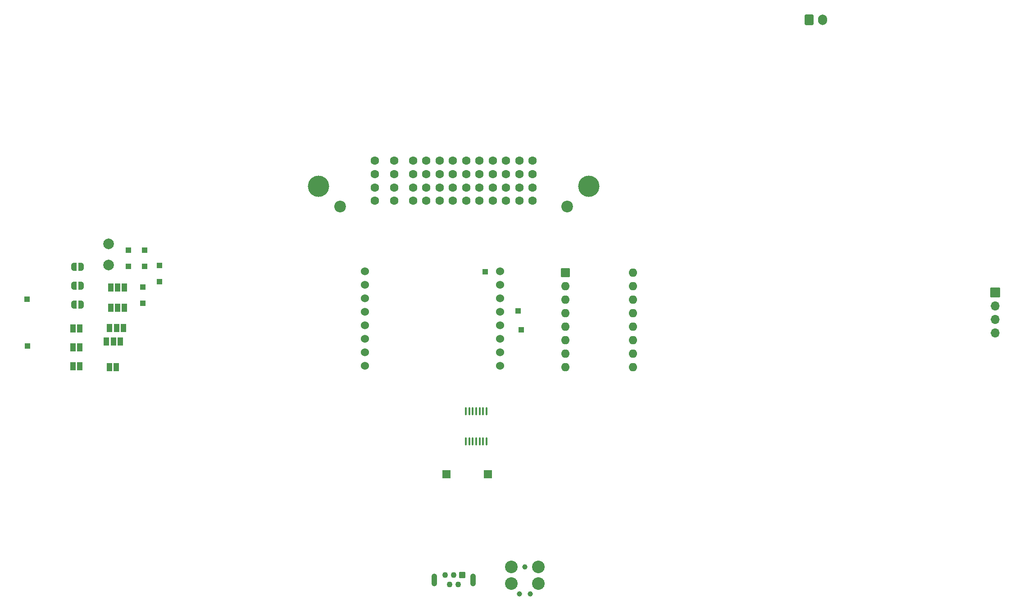
<source format=gbr>
%TF.GenerationSoftware,KiCad,Pcbnew,8.99.0-unknown-1.20241209git10cd458.fc40*%
%TF.CreationDate,2024-12-12T00:34:18-03:00*%
%TF.ProjectId,hw_v1,68775f76-312e-46b6-9963-61645f706362,rev?*%
%TF.SameCoordinates,Original*%
%TF.FileFunction,Soldermask,Bot*%
%TF.FilePolarity,Negative*%
%FSLAX46Y46*%
G04 Gerber Fmt 4.6, Leading zero omitted, Abs format (unit mm)*
G04 Created by KiCad (PCBNEW 8.99.0-unknown-1.20241209git10cd458.fc40) date 2024-12-12 00:34:18*
%MOMM*%
%LPD*%
G01*
G04 APERTURE LIST*
G04 Aperture macros list*
%AMRoundRect*
0 Rectangle with rounded corners*
0 $1 Rounding radius*
0 $2 $3 $4 $5 $6 $7 $8 $9 X,Y pos of 4 corners*
0 Add a 4 corners polygon primitive as box body*
4,1,4,$2,$3,$4,$5,$6,$7,$8,$9,$2,$3,0*
0 Add four circle primitives for the rounded corners*
1,1,$1+$1,$2,$3*
1,1,$1+$1,$4,$5*
1,1,$1+$1,$6,$7*
1,1,$1+$1,$8,$9*
0 Add four rect primitives between the rounded corners*
20,1,$1+$1,$2,$3,$4,$5,0*
20,1,$1+$1,$4,$5,$6,$7,0*
20,1,$1+$1,$6,$7,$8,$9,0*
20,1,$1+$1,$8,$9,$2,$3,0*%
%AMFreePoly0*
4,1,47,0.000054,0.750054,0.000076,0.750000,0.000076,0.745798,0.065263,0.745798,0.065283,0.745795,0.191362,0.712013,0.191380,0.712006,0.304419,0.646743,0.304435,0.646731,0.396731,0.554435,0.396743,0.554419,0.462006,0.441380,0.462013,0.441362,0.495795,0.315283,0.495798,0.315263,0.495798,0.250076,0.500000,0.250076,0.500054,0.250054,0.500076,0.250000,0.500076,-0.250000,
0.500054,-0.250054,0.500000,-0.250076,0.495798,-0.250076,0.495798,-0.315263,0.495795,-0.315283,0.462013,-0.441362,0.462006,-0.441380,0.396743,-0.554419,0.396731,-0.554435,0.304435,-0.646731,0.304419,-0.646743,0.191380,-0.712006,0.191362,-0.712013,0.065283,-0.745795,0.065263,-0.745798,0.000076,-0.745798,0.000076,-0.750000,0.000054,-0.750054,0.000000,-0.750076,-0.500000,-0.750076,
-0.500054,-0.750054,-0.500076,-0.750000,-0.500076,0.750000,-0.500054,0.750054,-0.500000,0.750076,0.000000,0.750076,0.000054,0.750054,0.000054,0.750054,$1*%
%AMFreePoly1*
4,1,47,0.500054,0.750054,0.500076,0.750000,0.500076,-0.750000,0.500054,-0.750054,0.500000,-0.750076,0.000000,-0.750076,-0.000054,-0.750054,-0.000076,-0.750000,-0.000076,-0.745798,-0.065263,-0.745798,-0.065283,-0.745795,-0.191362,-0.712013,-0.191380,-0.712006,-0.304419,-0.646743,-0.304435,-0.646731,-0.396731,-0.554435,-0.396743,-0.554419,-0.462006,-0.441380,-0.462013,-0.441362,-0.495795,-0.315283,
-0.495798,-0.315263,-0.495798,-0.250076,-0.500000,-0.250076,-0.500054,-0.250054,-0.500076,-0.250000,-0.500076,0.250000,-0.500054,0.250054,-0.500000,0.250076,-0.495798,0.250076,-0.495798,0.315263,-0.495795,0.315283,-0.462013,0.441362,-0.462006,0.441380,-0.396743,0.554419,-0.396731,0.554435,-0.304435,0.646731,-0.304419,0.646743,-0.191380,0.712006,-0.191362,0.712013,-0.065283,0.745795,
-0.065263,0.745798,-0.000076,0.745798,-0.000076,0.750000,-0.000054,0.750054,0.000000,0.750076,0.500000,0.750076,0.500054,0.750054,0.500054,0.750054,$1*%
G04 Aperture macros list end*
%ADD10RoundRect,0.000076X0.500000X0.500000X-0.500000X0.500000X-0.500000X-0.500000X0.500000X-0.500000X0*%
%ADD11FreePoly0,180.000000*%
%ADD12FreePoly1,180.000000*%
%ADD13C,2.000152*%
%ADD14RoundRect,0.000076X0.500000X0.750000X-0.500000X0.750000X-0.500000X-0.750000X0.500000X-0.750000X0*%
%ADD15RoundRect,0.000076X-0.800000X-0.800000X0.800000X-0.800000X0.800000X0.800000X-0.800000X0.800000X0*%
%ADD16O,1.600152X1.600152*%
%ADD17C,2.375052*%
%ADD18C,0.990752*%
%ADD19RoundRect,0.000076X0.550000X0.550000X-0.550000X0.550000X-0.550000X-0.550000X0.550000X-0.550000X0*%
%ADD20C,1.100152*%
%ADD21O,1.100152X2.400152*%
%ADD22RoundRect,0.250023X-0.600053X-0.750053X0.600053X-0.750053X0.600053X0.750053X-0.600053X0.750053X0*%
%ADD23O,1.700152X2.000152*%
%ADD24C,1.524152*%
%ADD25RoundRect,0.000076X0.750000X0.750000X-0.750000X0.750000X-0.750000X-0.750000X0.750000X-0.750000X0*%
%ADD26C,4.000152*%
%ADD27C,2.200152*%
%ADD28C,1.600152*%
%ADD29RoundRect,0.100038X-0.100038X0.637538X-0.100038X-0.637538X0.100038X-0.637538X0.100038X0.637538X0*%
%ADD30RoundRect,0.000076X-0.850000X-0.850000X0.850000X-0.850000X0.850000X0.850000X-0.850000X0.850000X0*%
%ADD31O,1.700152X1.700152*%
G04 APERTURE END LIST*
D10*
%TO.C,TP16*%
X33485000Y-79575000D03*
%TD*%
D11*
%TO.C,JP12*%
X42300000Y-80600000D03*
D12*
X43600000Y-80600000D03*
%TD*%
D13*
%TO.C,TP7*%
X48800000Y-69150000D03*
%TD*%
D14*
%TO.C,JP13*%
X48400000Y-87600000D03*
X49700000Y-87600000D03*
X51000000Y-87600000D03*
%TD*%
D10*
%TO.C,TP17*%
X58360000Y-73250000D03*
%TD*%
D14*
%TO.C,JP7*%
X42100000Y-88650000D03*
X43400000Y-88650000D03*
%TD*%
D11*
%TO.C,JP3*%
X42300000Y-73500000D03*
D12*
X43600000Y-73500000D03*
%TD*%
D10*
%TO.C,TP13*%
X55200000Y-80400000D03*
%TD*%
%TO.C,TP18*%
X58360000Y-76300000D03*
%TD*%
D14*
%TO.C,JP9*%
X49200000Y-77365000D03*
X50500000Y-77365000D03*
X51800000Y-77365000D03*
%TD*%
%TO.C,JP8*%
X42100000Y-92200000D03*
X43400000Y-92200000D03*
%TD*%
%TO.C,JP6*%
X42100000Y-85100000D03*
X43400000Y-85100000D03*
%TD*%
D13*
%TO.C,TP8*%
X48800000Y-73200000D03*
%TD*%
D10*
%TO.C,TP15*%
X33525000Y-88375000D03*
%TD*%
D14*
%TO.C,JP10*%
X49200000Y-81200000D03*
X50500000Y-81200000D03*
X51800000Y-81200000D03*
%TD*%
D11*
%TO.C,JP11*%
X42300000Y-77050000D03*
D12*
X43600000Y-77050000D03*
%TD*%
D14*
%TO.C,JP2*%
X49000000Y-85000000D03*
X50300000Y-85000000D03*
X51600000Y-85000000D03*
%TD*%
D10*
%TO.C,TP14*%
X52550000Y-73450000D03*
%TD*%
%TO.C,TP10*%
X55600000Y-73450000D03*
%TD*%
%TO.C,TP12*%
X55200000Y-77350000D03*
%TD*%
D14*
%TO.C,JP5*%
X48950000Y-92400000D03*
X50250000Y-92400000D03*
%TD*%
D10*
%TO.C,TP9*%
X55600000Y-70400000D03*
%TD*%
%TO.C,TP11*%
X52550000Y-70400000D03*
%TD*%
D15*
%TO.C,A1*%
X134660000Y-74610000D03*
D16*
X134660000Y-77150000D03*
X134660000Y-79690000D03*
X134660000Y-82230000D03*
X134660000Y-84770000D03*
X134660000Y-87310000D03*
X134660000Y-89850000D03*
X134660000Y-92390000D03*
X147360000Y-92390000D03*
X147360000Y-89850000D03*
X147360000Y-87310000D03*
X147360000Y-84770000D03*
X147360000Y-82230000D03*
X147360000Y-79690000D03*
X147360000Y-77150000D03*
X147360000Y-74610000D03*
%TD*%
D17*
%TO.C,J9*%
X129540000Y-129960000D03*
D18*
X127000000Y-129960000D03*
D17*
X124460000Y-129960000D03*
X129540000Y-133135000D03*
X124460000Y-133135000D03*
D18*
X128016000Y-135040000D03*
X125984000Y-135040000D03*
%TD*%
D19*
%TO.C,J8*%
X115282266Y-131520713D03*
D20*
X114482266Y-133270713D03*
X113682266Y-131520713D03*
X112882266Y-133270713D03*
X112082266Y-131520713D03*
D21*
X117332266Y-132395713D03*
X110032266Y-132395713D03*
%TD*%
D22*
%TO.C,BT1*%
X180500000Y-27000000D03*
D23*
X183000000Y-27000000D03*
%TD*%
D24*
%TO.C,U4*%
X122400000Y-92115000D03*
X122400000Y-89575000D03*
X122400000Y-87035000D03*
X122400000Y-84495000D03*
X122400000Y-81955000D03*
X122400000Y-79415000D03*
X122400000Y-76875000D03*
X122400000Y-74335000D03*
X97000000Y-92115000D03*
X97000000Y-89575000D03*
X97000000Y-87035000D03*
X97000000Y-84495000D03*
X97000000Y-81955000D03*
X97000000Y-79415000D03*
X97000000Y-76875000D03*
X97000000Y-74335000D03*
%TD*%
D25*
%TO.C,SW2*%
X120100000Y-112525000D03*
X112300000Y-112525000D03*
%TD*%
D26*
%TO.C,J1*%
X88256857Y-58312709D03*
D27*
X92356857Y-62162709D03*
X134956857Y-62162709D03*
D26*
X139056857Y-58312709D03*
D28*
X98806857Y-53562709D03*
X98806857Y-56062709D03*
X98806857Y-58562709D03*
X98806857Y-61062709D03*
X102506857Y-53562709D03*
X102506857Y-56062709D03*
X102506857Y-58562709D03*
X102506857Y-61062709D03*
X106006857Y-53562709D03*
X106006857Y-56062709D03*
X106006857Y-58562709D03*
X106006857Y-61062709D03*
X108506857Y-53562709D03*
X108506857Y-56062709D03*
X108506857Y-58562709D03*
X108506857Y-61062709D03*
X111006857Y-53562709D03*
X111006857Y-56062709D03*
X111006857Y-58562709D03*
X111006857Y-61062709D03*
X113506857Y-53562709D03*
X113506857Y-56062709D03*
X113506857Y-58562709D03*
X113506857Y-61062709D03*
X116006857Y-53562709D03*
X116006857Y-56062709D03*
X116006857Y-58562709D03*
X116006857Y-61062709D03*
X118506857Y-53562709D03*
X118506857Y-56062709D03*
X118506857Y-58562709D03*
X118506857Y-61062709D03*
X121006857Y-53562709D03*
X121006857Y-56062709D03*
X121006857Y-58562709D03*
X121006857Y-61062709D03*
X123506857Y-53562709D03*
X123506857Y-56062709D03*
X123506857Y-58562709D03*
X123506857Y-61062709D03*
X126006857Y-53562709D03*
X126006857Y-56062709D03*
X126006857Y-58562709D03*
X126006857Y-61062709D03*
X128506857Y-53562709D03*
X128506857Y-56062709D03*
X128506857Y-58562709D03*
X128506857Y-61062709D03*
%TD*%
D29*
%TO.C,U24*%
X115950000Y-100662500D03*
X116600000Y-100662500D03*
X117250000Y-100662500D03*
X117900000Y-100662500D03*
X118550000Y-100662500D03*
X119200000Y-100662500D03*
X119850000Y-100662500D03*
X119850000Y-106387500D03*
X119200000Y-106387500D03*
X118550000Y-106387500D03*
X117900000Y-106387500D03*
X117250000Y-106387500D03*
X116600000Y-106387500D03*
X115950000Y-106387500D03*
%TD*%
D30*
%TO.C,J14*%
X215455000Y-78295000D03*
D31*
X215455000Y-80835000D03*
X215455000Y-83375000D03*
X215455000Y-85915000D03*
%TD*%
D10*
%TO.C,TP3*%
X125800000Y-81800000D03*
%TD*%
%TO.C,TP2*%
X126400000Y-85400000D03*
%TD*%
%TO.C,TP6*%
X119600000Y-74400000D03*
%TD*%
M02*

</source>
